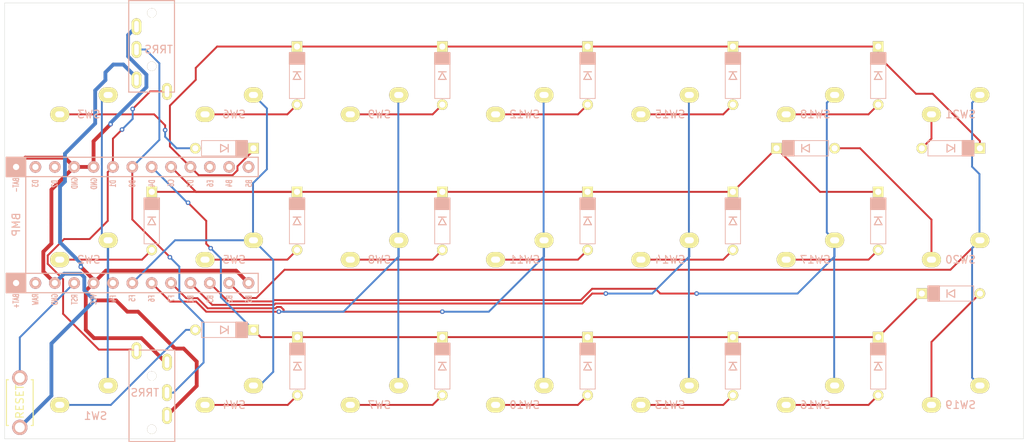
<source format=kicad_pcb>
(kicad_pcb (version 20240108) (generator "pcbnew") (generator_version "8.0")
  (layers (0 "F.Cu" signal) (31 "B.Cu" signal) (34 "B.Paste" user) (35 "F.Paste" user) (36 "B.SilkS" user "B.Silkscreen") (37 "F.SilkS" user "F.Silkscreen") (38 "B.Mask" user) (39 "F.Mask" user) (44 "Edge.Cuts" user))
  (net 0 "")
  (net 1 "Net-(D1-A)")
  (net 2 "Row0")
  (net 3 "Row1")
  (net 4 "Net-(D2-A)")
  (net 5 "Row2")
  (net 6 "Net-(D3-A)")
  (net 8 "Net-(D4-A)")
  (net 9 "Net-(D5-A)")
  (net 10 "Net-(D6-A)")
  (net 11 "Net-(D7-A)")
  (net 12 "Net-(D8-A)")
  (net 13 "Net-(D9-A)")
  (net 14 "Net-(D10-A)")
  (net 15 "Net-(D11-A)")
  (net 16 "Net-(D12-A)")
  (net 17 "Net-(D13-A)")
  (net 18 "Net-(D14-A)")
  (net 19 "Net-(D15-A)")
  (net 20 "Net-(D16-A)")
  (net 21 "Net-(D17-A)")
  (net 23 "Net-(D18-A)")
  (net 24 "Net-(D19-A)")
  (net 25 "Net-(D20-A)")
  (net 26 "Net-(D21-A)")
  (net 29 "Col0")
  (net 30 "Col1")
  (net 31 "Col2")
  (net 32 "Col3")
  (net 33 "Col4")
  (net 34 "Col5")
  (net 35 "Col6")
  (net 38 "VCC1")
  (net 39 "Data_SCL1")
  (net 40 "GND1")
  (net 41 "SDA1")
  (net 42 "Reset1")
  (footprint "kbd_Parts:Diode_TH" (layer "F.Cu") (at 137.375 48.5 -90)
    (property "Reference" "D17" (hide yes))
    (property "Value" "D" (hide yes))
  )
  (footprint "kbd_Parts:Diode_TH" (layer "F.Cu") (at 137.375 29.45 -90)
    (property "Reference" "D18" (hide yes))
    (property "Value" "D" (hide yes))
  )
  (footprint "kbd_Parts:TRRS_MJ-4PP-9" (layer "F.Cu") (at 42.125 71.325 180)
    (property "Reference" "J1")
    (property "Value" "TRRS_MJ-4PP-9" (hide yes))
  )
  (footprint "kbd_Parts:Diode_TH" (layer "F.Cu") (at 42.125 48.5 -90)
    (property "Reference" "D2" (hide yes))
    (property "Value" "D" (hide yes))
  )
  (footprint "kbd_SW:CherryMX_Solder_1u" (layer "F.Cu") (at 108.8 29.45 180)
    (property "Reference" "SW15")
    (property "Value" "SW_Push" (hide yes))
  )
  (footprint "kbd_SW:CherryMX_Solder_1u" (layer "F.Cu") (at 146.9 67.55 180)
    (property "Reference" "SW19")
    (property "Value" "SW_Push" (hide yes))
  )
  (footprint "kbd_Parts:Diode_TH" (layer "F.Cu") (at 127.85 38.975)
    (property "Reference" "D20" (hide yes))
    (property "Value" "D" (hide yes))
  )
  (footprint "kbd_Parts:Diode_TH" (layer "F.Cu") (at 137.375 67.55 -90)
    (property "Reference" "D16" (hide yes))
    (property "Value" "D" (hide yes))
  )
  (footprint "kbd_SW:CherryMX_Solder_1u" (layer "F.Cu") (at 32.6 48.5 180)
    (property "Reference" "SW2")
    (property "Value" "SW_Push" (hide yes))
  )
  (footprint "kbd_SW:CherryMX_Solder_1u" (layer "F.Cu") (at 32.6 67.55 180)
    (property "Reference" "SW1")
    (property "Value" "SW_Push" (hide yes))
  )
  (footprint "kbd_Parts:Diode_TH" (layer "F.Cu") (at 99.275 29.45 -90)
    (property "Reference" "D12" (hide yes))
    (property "Value" "D" (hide yes))
  )
  (footprint "kbd_Parts:TRRS_MJ-4PP-9" (layer "F.Cu") (at 42.125 25.725)
    (property "Reference" "J2")
    (property "Value" "TRRS_MJ-4PP-9" (hide yes))
  )
  (footprint "kbd_Parts:Diode_TH" (layer "F.Cu") (at 99.275 67.55 -90)
    (property "Reference" "D10" (hide yes))
    (property "Value" "D" (hide yes))
  )
  (footprint "kbd_Parts:Diode_TH" (layer "F.Cu") (at 118.325 48.5 -90)
    (property "Reference" "D14" (hide yes))
    (property "Value" "D" (hide yes))
  )
  (footprint "kbd_SW:CherryMX_Solder_1u" (layer "F.Cu") (at 146.9 29.45 180)
    (property "Reference" "SW21")
    (property "Value" "SW_Push" (hide yes))
  )
  (footprint "kbd_SW:CherryMX_Solder_1u" (layer "F.Cu") (at 51.65 29.45 180)
    (property "Reference" "SW6")
    (property "Value" "SW_Push" (hide yes))
  )
  (footprint "kbd_SW:CherryMX_Solder_1u" (layer "F.Cu") (at 51.65 48.5 180)
    (property "Reference" "SW5")
    (property "Value" "SW_Push" (hide yes))
  )
  (footprint "kbd_SW:CherryMX_Solder_1u" (layer "F.Cu") (at 127.85 29.45 180)
    (property "Reference" "SW18")
    (property "Value" "SW_Push" (hide yes))
  )
  (footprint "kbd_SW:CherryMX_Solder_1u" (layer "F.Cu") (at 146.9 48.5 180)
    (property "Reference" "SW20")
    (property "Value" "SW_Push" (hide yes))
  )
  (footprint "kbd_Parts:Diode_TH" (layer "F.Cu") (at 80.225 48.5 -90)
    (property "Reference" "D8" (hide yes))
    (property "Value" "D" (hide yes))
  )
  (footprint "kbd_Parts:Diode_TH" (layer "F.Cu") (at 61.225 67.55 -90)
    (property "Reference" "D4" (hide yes))
    (property "Value" "D" (hide yes))
  )
  (footprint "kbd_SW:CherryMX_Solder_1u" (layer "F.Cu") (at 127.85 67.55 180)
    (property "Reference" "SW16")
    (property "Value" "SW_Push" (hide yes))
  )
  (footprint "kbd_SW:CherryMX_Solder_1u" (layer "F.Cu") (at 108.8 67.55 180)
    (property "Reference" "SW13")
    (property "Value" "SW_Push" (hide yes))
  )
  (footprint "kbd_SW:CherryMX_Solder_1u" (layer "F.Cu") (at 89.75 29.45 180)
    (property "Reference" "SW12")
    (property "Value" "SW_Push" (hide yes))
  )
  (footprint "kbd_SW:CherryMX_Solder_1u" (layer "F.Cu") (at 89.75 48.5 180)
    (property "Reference" "SW11")
    (property "Value" "SW_Push" (hide yes))
  )
  (footprint "kbd_Parts:Diode_TH" (layer "F.Cu") (at 118.325 67.55 -90)
    (property "Reference" "D13" (hide yes))
    (property "Value" "D" (hide yes))
  )
  (footprint "kbd_Parts:Diode_TH" (layer "F.Cu") (at 80.225 29.45 -90)
    (property "Reference" "D9" (hide yes))
    (property "Value" "D" (hide yes))
  )
  (footprint "kbd_Parts:Diode_TH" (layer "F.Cu") (at 61.175 48.5 -90)
    (property "Reference" "D5" (hide yes))
    (property "Value" "D" (hide yes))
  )
  (footprint "kbd_SW:CherryMX_Solder_1u" (layer "F.Cu") (at 108.8 48.5 180)
    (property "Reference" "SW14")
    (property "Value" "SW_Push" (hide yes))
  )
  (footprint "kbd_Parts:Diode_TH" (layer "F.Cu") (at 51.65 38.975 180)
    (property "Reference" "D3" (hide yes))
    (property "Value" "D" (hide yes))
  )
  (footprint "kbd_SW:CherryMX_Solder_1u" (layer "F.Cu") (at 70.7 48.5 180)
    (property "Reference" "SW8")
    (property "Value" "SW_Push" (hide yes))
  )
  (footprint "kbd_Parts:Diode_TH" (layer "F.Cu") (at 146.9 38.975 180)
    (property "Reference" "D21" (hide yes))
    (property "Value" "D" (hide yes))
  )
  (footprint "kbd_SW:CherryMX_Solder_1u" (layer "F.Cu") (at 89.75 67.55 180)
    (property "Reference" "SW10")
    (property "Value" "SW_Push" (hide yes))
  )
  (footprint "kbd_SW:CherryMX_Solder_1u" (layer "F.Cu") (at 70.7 67.55 180)
    (property "Reference" "SW7")
    (property "Value" "SW_Push" (hide yes))
  )
  (footprint "kbd_Parts:Diode_TH" (layer "F.Cu") (at 80.225 67.55 -90)
    (property "Reference" "D7" (hide yes))
    (property "Value" "D" (hide yes))
  )
  (footprint "kbd_SW:CherryMX_Solder_1u" (layer "F.Cu") (at 32.6 29.45 180)
    (property "Reference" "SW3")
    (property "Value" "SW_Push" (hide yes))
  )
  (footprint "kbd_Parts:Diode_TH" (layer "F.Cu") (at 61.175 29.45 -90)
    (property "Reference" "D6" (hide yes))
    (property "Value" "D" (hide yes))
  )
  (footprint "kbd_Parts:Diode_TH" (layer "F.Cu") (at 118.325 29.45 -90)
    (property "Reference" "D15" (hide yes))
    (property "Value" "D" (hide yes))
  )
  (footprint "kbd_Parts:Diode_TH" (layer "F.Cu") (at 51.65 62.7875 180)
    (property "Reference" "D1" (hide yes))
    (property "Value" "D" (hide yes))
  )
  (footprint "kbd_Parts:Diode_TH" (layer "F.Cu") (at 99.275 48.5 -90)
    (property "Reference" "D11" (hide yes))
    (property "Value" "D" (hide yes))
  )
  (footprint "kbd_Parts:Diode_TH" (layer "F.Cu") (at 146.9 58.025)
    (property "Reference" "D19" (hide yes))
    (property "Value" "D" (hide yes))
  )
  (footprint "kbd_SW:CherryMX_Solder_1u" (layer "F.Cu") (at 127.85 48.5 180)
    (property "Reference" "SW17")
    (property "Value" "SW_Push" (hide yes))
  )
  (footprint "kbd_SW:CherryMX_Solder_1u" (layer "F.Cu") (at 51.65 67.55 180)
    (property "Reference" "SW4")
    (property "Value" "SW_Push" (hide yes))
  )
  (footprint "kbd_SW:CherryMX_Solder_1u" (layer "F.Cu") (at 70.7 29.45 180)
    (property "Reference" "SW9")
    (property "Value" "SW_Push" (hide yes))
  )
  (footprint "kbd_Parts:Micon_BMP_7sKB" (layer "B.Cu") (at 41.353 48.9886 -90)
    (property "Reference" "U1" (hide yes))
    (property "Value" "Micon_BLEMicroPro" (hide yes))
  )
  (footprint "kbd_Parts:ResetSW" (layer "B.Cu") (at 24.825 72.325 90)
    (property "Reference" "Rest_SW1" (hide yes))
    (property "Value" "SW_Push")
  )
  (gr_rect (start 22.825 19.925) (end 156.425 77.075) (stroke (width 0.05)) (fill none) (layer "Edge.Cuts"))
  (gr_text "D0" (at 39.575 43.6204 90) (layer "B.SilkS") (effects (font (size 0.75 0.5) (thickness 0.125)) (justify mirror)))
  (segment (start 30.878757 72.63) (end 30.06 72.63) (width 0.25) (layer "F.Cu") (net 1))
  (segment (start 46.604352 62.7875) (end 36.761852 72.63) (width 0.25) (layer "B.Cu") (net 1))
  (segment (start 47.84 62.7875) (end 46.604352 62.7875) (width 0.25) (layer "B.Cu") (net 1))
  (segment (start 36.761852 72.63) (end 30.06 72.63) (width 0.25) (layer "B.Cu") (net 1))
  (segment (start 49.26875 48.5) (end 46.8875 46.11875) (width 0.25) (layer "F.Cu") (net 2))
  (segment (start 49.26875 51.49775) (end 49.26875 48.5) (width 0.25) (layer "F.Cu") (net 2))
  (segment (start 99.275 63.74) (end 118.325 63.74) (width 0.25) (layer "F.Cu") (net 2))
  (segment (start 61.225 63.74) (end 56.4125 63.74) (width 0.25) (layer "F.Cu") (net 2))
  (segment (start 49.851 52.08) (end 49.26875 51.49775) (width 0.25) (layer "F.Cu") (net 2))
  (segment (start 56.4125 63.74) (end 55.46 62.7875) (width 0.25) (layer "F.Cu") (net 2))
  (segment (start 61.225 63.74) (end 80.225 63.74) (width 0.25) (layer "F.Cu") (net 2))
  (segment (start 143.09 58.025) (end 137.375 63.74) (width 0.25) (layer "F.Cu") (net 2))
  (segment (start 137.375 63.74) (end 118.325 63.74) (width 0.25) (layer "F.Cu") (net 2))
  (segment (start 80.225 63.74) (end 99.275 63.74) (width 0.25) (layer "F.Cu") (net 2))
  (via (at 46.8875 46.11875) (size 0.6) (drill 0.3) (layers "F.Cu" "B.Cu") (net 2))
  (via (at 49.851 52.08) (size 0.6) (drill 0.3) (layers "F.Cu" "B.Cu") (net 2))
  (segment (start 51.188 53.417) (end 51.188 58.5155) (width 0.25) (layer "B.Cu") (net 2))
  (segment (start 46.8875 46.11875) (end 46.80875 46.11875) (width 0.25) (layer "B.Cu") (net 2))
  (segment (start 46.80875 46.11875) (end 42.115 41.425) (width 0.25) (layer "B.Cu") (net 2))
  (segment (start 51.188 58.5155) (end 55.46 62.7875) (width 0.25) (layer "B.Cu") (net 2))
  (segment (start 49.851 52.08) (end 51.188 53.417) (width 0.25) (layer "B.Cu") (net 2))
  (segment (start 47.92 44.69) (end 61.175 44.69) (width 0.25) (layer "F.Cu") (net 3))
  (segment (start 61.175 44.69) (end 42.125 44.69) (width 0.25) (layer "F.Cu") (net 3))
  (segment (start 137.375 44.69) (end 129.755 44.69) (width 0.25) (layer "F.Cu") (net 3))
  (segment (start 129.755 44.69) (end 124.04 38.975) (width 0.25) (layer "F.Cu") (net 3))
  (segment (start 99.275 44.69) (end 118.325 44.69) (width 0.25) (layer "F.Cu") (net 3))
  (segment (start 99.275 44.69) (end 80.225 44.69) (width 0.25) (layer "F.Cu") (net 3))
  (segment (start 124.04 38.975) (end 118.325 44.69) (width 0.25) (layer "F.Cu") (net 3))
  (segment (start 44.655 41.425) (end 47.92 44.69) (width 0.25) (layer "F.Cu") (net 3))
  (segment (start 80.225 44.69) (end 61.175 44.69) (width 0.25) (layer "F.Cu") (net 3))
  (segment (start 40.855 53.58) (end 30.06 53.58) (width 0.25) (layer "F.Cu") (net 4))
  (segment (start 42.125 52.31) (end 40.855 53.58) (width 0.25) (layer "F.Cu") (net 4))
  (segment (start 118.325 25.64) (end 99.275 25.64) (width 0.25) (layer "F.Cu") (net 5))
  (segment (start 44.50625 38.73625) (end 47.195 41.425) (width 0.25) (layer "F.Cu") (net 5))
  (segment (start 52.725251 42.512) (end 48.282 42.512) (width 0.25) (layer "F.Cu") (net 5))
  (segment (start 53.362 41.340749) (end 53.362 41.875251) (width 0.25) (layer "F.Cu") (net 5))
  (segment (start 53.362 41.875251) (end 52.725251 42.512) (width 0.25) (layer "F.Cu") (net 5))
  (segment (start 47.895 28.4425) (end 47.895 29.998833) (width 0.25) (layer "F.Cu") (net 5))
  (segment (start 150.71 38.0225) (end 150.71 38.975) (width 0.25) (layer "F.Cu") (net 5))
  (segment (start 55.46 39.242749) (end 53.362 41.340749) (width 0.25) (layer "F.Cu") (net 5))
  (segment (start 61.175 25.64) (end 50.6975 25.64) (width 0.25) (layer "F.Cu") (net 5))
  (segment (start 118.325 25.64) (end 137.375 25.64) (width 0.25) (layer "F.Cu") (net 5))
  (segment (start 80.225 25.64) (end 61.175 25.64) (width 0.25) (layer "F.Cu") (net 5))
  (segment (start 144.51875 31.83125) (end 150.71 38.0225) (width 0.25) (layer "F.Cu") (net 5))
  (segment (start 137.375 25.64) (end 137.375 26.878833) (width 0.25) (layer "F.Cu") (net 5))
  (segment (start 137.375 26.878833) (end 142.327417 31.83125) (width 0.25) (layer "F.Cu") (net 5))
  (segment (start 50.6975 25.64) (end 47.895 28.4425) (width 0.25) (layer "F.Cu") (net 5))
  (segment (start 47.895 29.998833) (end 44.50625 33.387583) (width 0.25) (layer "F.Cu") (net 5))
  (segment (start 55.46 38.975) (end 55.46 39.242749) (width 0.25) (layer "F.Cu") (net 5))
  (segment (start 48.282 42.512) (end 47.195 41.425) (width 0.25) (layer "F.Cu") (net 5))
  (segment (start 44.50625 33.387583) (end 44.50625 38.73625) (width 0.25) (layer "F.Cu") (net 5))
  (segment (start 80.225 25.64) (end 99.275 25.64) (width 0.25) (layer "F.Cu") (net 5))
  (segment (start 142.327417 31.83125) (end 144.51875 31.83125) (width 0.25) (layer "F.Cu") (net 5))
  (segment (start 43.88125 36.59375) (end 43.88125 35.96875) (width 0.25) (layer "F.Cu") (net 6))
  (segment (start 42.4425 34.53) (end 30.06 34.53) (width 0.25) (layer "F.Cu") (net 6))
  (segment (start 43.88125 35.96875) (end 42.4425 34.53) (width 0.25) (layer "F.Cu") (net 6))
  (via (at 43.88125 36.59375) (size 0.6) (drill 0.3) (layers "F.Cu" "B.Cu") (net 6))
  (segment (start 45.384375 38.975) (end 47.84 38.975) (width 0.25) (layer "B.Cu") (net 6))
  (segment (start 43.88125 37.471875) (end 45.384375 38.975) (width 0.25) (layer "B.Cu") (net 6))
  (segment (start 43.88125 36.59375) (end 43.88125 37.471875) (width 0.25) (layer "B.Cu") (net 6))
  (segment (start 49.11 72.63) (end 59.955 72.63) (width 0.25) (layer "F.Cu") (net 8))
  (segment (start 59.955 72.63) (end 61.225 71.36) (width 0.25) (layer "F.Cu") (net 8))
  (segment (start 59.905 53.58) (end 49.11 53.58) (width 0.25) (layer "F.Cu") (net 9))
  (segment (start 61.175 52.31) (end 59.905 53.58) (width 0.25) (layer "F.Cu") (net 9))
  (segment (start 61.175 33.26) (end 59.905 34.53) (width 0.25) (layer "F.Cu") (net 10))
  (segment (start 59.905 34.53) (end 49.11 34.53) (width 0.25) (layer "F.Cu") (net 10))
  (segment (start 80.225 71.36) (end 78.955 72.63) (width 0.25) (layer "F.Cu") (net 11))
  (segment (start 78.955 72.63) (end 68.16 72.63) (width 0.25) (layer "F.Cu") (net 11))
  (segment (start 78.955 53.58) (end 68.16 53.58) (width 0.25) (layer "F.Cu") (net 12))
  (segment (start 80.225 52.31) (end 78.955 53.58) (width 0.25) (layer "F.Cu") (net 12))
  (segment (start 80.225 33.26) (end 78.955 34.53) (width 0.25) (layer "F.Cu") (net 13))
  (segment (start 78.955 34.53) (end 68.16 34.53) (width 0.25) (layer "F.Cu") (net 13))
  (segment (start 98.005 72.63) (end 87.21 72.63) (width 0.25) (layer "F.Cu") (net 14))
  (segment (start 99.275 71.36) (end 98.005 72.63) (width 0.25) (layer "F.Cu") (net 14))
  (segment (start 98.005 53.58) (end 87.21 53.58) (width 0.25) (layer "F.Cu") (net 15))
  (segment (start 99.275 52.31) (end 98.005 53.58) (width 0.25) (layer "F.Cu") (net 15))
  (segment (start 98.005 34.53) (end 87.21 34.53) (width 0.25) (layer "F.Cu") (net 16))
  (segment (start 99.275 33.26) (end 98.005 34.53) (width 0.25) (layer "F.Cu") (net 16))
  (segment (start 117.055 72.63) (end 106.26 72.63) (width 0.25) (layer "F.Cu") (net 17))
  (segment (start 118.325 71.36) (end 117.055 72.63) (width 0.25) (layer "F.Cu") (net 17))
  (segment (start 117.055 53.58) (end 106.26 53.58) (width 0.25) (layer "F.Cu") (net 18))
  (segment (start 118.325 52.31) (end 117.055 53.58) (width 0.25) (layer "F.Cu") (net 18))
  (segment (start 117.055 34.53) (end 106.26 34.53) (width 0.25) (layer "F.Cu") (net 19))
  (segment (start 118.325 33.26) (end 117.055 34.53) (width 0.25) (layer "F.Cu") (net 19))
  (segment (start 136.105 72.63) (end 125.31 72.63) (width 0.25) (layer "F.Cu") (net 20))
  (segment (start 137.375 71.36) (end 136.105 72.63) (width 0.25) (layer "F.Cu") (net 20))
  (segment (start 136.105 53.58) (end 125.31 53.58) (width 0.25) (layer "F.Cu") (net 21))
  (segment (start 137.375 52.31) (end 136.105 53.58) (width 0.25) (layer "F.Cu") (net 21))
  (segment (start 137.375 33.26) (end 136.105 34.53) (width 0.25) (layer "F.Cu") (net 23))
  (segment (start 136.105 34.53) (end 125.31 34.53) (width 0.25) (layer "F.Cu") (net 23))
  (segment (start 150.71 58.025) (end 144.36 64.375) (width 0.25) (layer "F.Cu") (net 24))
  (segment (start 144.36 64.375) (end 144.36 72.63) (width 0.25) (layer "F.Cu") (net 24))
  (segment (start 144.36 48.34125) (end 134.99375 38.975) (width 0.25) (layer "F.Cu") (net 25))
  (segment (start 144.36 53.58) (end 144.36 48.34125) (width 0.25) (layer "F.Cu") (net 25))
  (segment (start 134.99375 38.975) (end 131.66 38.975) (width 0.25) (layer "F.Cu") (net 25))
  (segment (start 144.36 37.705) (end 144.36 34.53) (width 0.25) (layer "F.Cu") (net 26))
  (segment (start 143.09 38.975) (end 144.36 37.705) (width 0.25) (layer "F.Cu") (net 26))
  (segment (start 36.41 51.04) (end 36.41 56.02) (width 0.25) (layer "B.Cu") (net 29))
  (segment (start 36.41 70.09) (end 36.355 70.035) (width 0.25) (layer "B.Cu") (net 29))
  (segment (start 36.41 31.99) (end 35.582 32.818) (width 0.25) (layer "B.Cu") (net 29))
  (segment (start 37.035 56.645) (end 36.41 56.02) (width 0.25) (layer "B.Cu") (net 29))
  (segment (start 36.355 70.035) (end 36.355 51.095) (width 0.25) (layer "B.Cu") (net 29))
  (segment (start 36.355 51.095) (end 36.41 51.04) (width 0.25) (layer "B.Cu") (net 29))
  (segment (start 35.582 32.818) (end 35.582 50.212) (width 0.25) (layer "B.Cu") (net 29))
  (segment (start 35.582 50.212) (end 36.41 51.04) (width 0.25) (layer "B.Cu") (net 29))
  (segment (start 55.405 50.985) (end 55.405 43.545) (width 0.25) (layer "B.Cu") (net 30))
  (segment (start 58.055 68.28875) (end 56.25375 70.09) (width 0.25) (layer "B.Cu") (net 30))
  (segment (start 57.225 33.755) (end 55.46 31.99) (width 0.25) (layer "B.Cu") (net 30))
  (segment (start 45.18 51.04) (end 39.575 56.645) (width 0.25) (layer "B.Cu") (net 30))
  (segment (start 55.46 51.04) (end 45.18 51.04) (width 0.25) (layer "B.Cu") (net 30))
  (segment (start 55.405 43.545) (end 57.225 41.725) (width 0.25) (layer "B.Cu") (net 30))
  (segment (start 58.055 53.635) (end 58.055 68.28875) (width 0.25) (layer "B.Cu") (net 30))
  (segment (start 56.25375 70.09) (end 55.46 70.09) (width 0.25) (layer "B.Cu") (net 30))
  (segment (start 57.225 41.725) (end 57.225 33.755) (width 0.25) (layer "B.Cu") (net 30))
  (segment (start 55.46 51.04) (end 58.055 53.635) (width 0.25) (layer "B.Cu") (net 30))
  (segment (start 55.46 51.04) (end 55.405 50.985) (width 0.25) (layer "B.Cu") (net 30))
  (segment (start 49.26875 60.40625) (end 47.94375 59.08125) (width 0.25) (layer "F.Cu") (net 31))
  (segment (start 58.79375 60.40625) (end 49.26875 60.40625) (width 0.25) (layer "F.Cu") (net 31))
  (segment (start 47.94375 59.08125) (end 44.55125 59.08125) (width 0.25) (layer "F.Cu") (net 31))
  (segment (start 44.55125 59.08125) (end 42.115 56.645) (width 0.25) (layer "F.Cu") (net 31))
  (via (at 58.79375 60.40625) (size 0.6) (drill 0.3) (layers "F.Cu" "B.Cu") (net 31))
  (segment (start 74.455 70.035) (end 74.455 51.095) (width 0.25) (layer "B.Cu") (net 31))
  (segment (start 74.51 53.163833) (end 74.51 51.04) (width 0.25) (layer "B.Cu") (net 31))
  (segment (start 74.51 70.09) (end 74.455 70.035) (width 0.25) (layer "B.Cu") (net 31))
  (segment (start 74.455 32.045) (end 74.51 31.99) (width 0.25) (layer "B.Cu") (net 31))
  (segment (start 74.51 51.04) (end 74.455 50.985) (width 0.25) (layer "B.Cu") (net 31))
  (segment (start 67.267583 60.40625) (end 74.51 53.163833) (width 0.25) (layer "B.Cu") (net 31))
  (segment (start 74.455 50.985) (end 74.455 32.045) (width 0.25) (layer "B.Cu") (net 31))
  (segment (start 58.79375 60.40625) (end 67.267583 60.40625) (width 0.25) (layer "B.Cu") (net 31))
  (segment (start 74.455 51.095) (end 74.51 51.04) (width 0.25) (layer "B.Cu") (net 31))
  (segment (start 58.359866 59.95625) (end 49.455146 59.95625) (width 0.25) (layer "F.Cu") (net 32))
  (segment (start 59.41875 60.147366) (end 59.052634 59.78125) (width 0.25) (layer "F.Cu") (net 32))
  (segment (start 46.64125 58.63125) (end 44.655 56.645) (width 0.25) (layer "F.Cu") (net 32))
  (segment (start 48.130146 58.63125) (end 46.64125 58.63125) (width 0.25) (layer "F.Cu") (net 32))
  (segment (start 49.455146 59.95625) (end 48.130146 58.63125) (width 0.25) (layer "F.Cu") (net 32))
  (segment (start 58.534866 59.78125) (end 58.359866 59.95625) (width 0.25) (layer "F.Cu") (net 32))
  (segment (start 59.052634 59.78125) (end 58.534866 59.78125) (width 0.25) (layer "F.Cu") (net 32))
  (segment (start 59.41875 60.40625) (end 59.41875 60.147366) (width 0.25) (layer "F.Cu") (net 32))
  (segment (start 80.225 60.40625) (end 59.41875 60.40625) (width 0.25) (layer "F.Cu") (net 32))
  (via (at 80.225 60.40625) (size 0.6) (drill 0.3) (layers "F.Cu" "B.Cu") (net 32))
  (segment (start 86.317583 60.40625) (end 80.225 60.40625) (width 0.25) (layer "B.Cu") (net 32))
  (segment (start 93.56 51.04) (end 93.56 53.163833) (width 0.25) (layer "B.Cu") (net 32))
  (segment (start 93.56 31.99) (end 93.505 32.045) (width 0.25) (layer "B.Cu") (net 32))
  (segment (start 93.505 32.045) (end 93.505 50.985) (width 0.25) (layer "B.Cu") (net 32))
  (segment (start 93.505 50.985) (end 93.56 51.04) (width 0.25) (layer "B.Cu") (net 32))
  (segment (start 93.56 51.04) (end 93.505 51.095) (width 0.25) (layer "B.Cu") (net 32))
  (segment (start 93.505 70.035) (end 93.56 70.09) (width 0.25) (layer "B.Cu") (net 32))
  (segment (start 93.56 53.163833) (end 86.317583 60.40625) (width 0.25) (layer "B.Cu") (net 32))
  (segment (start 93.505 51.095) (end 93.505 70.035) (width 0.25) (layer "B.Cu") (net 32))
  (segment (start 50.05625 59.50625) (end 47.195 56.645) (width 0.25) (layer "F.Cu") (net 33))
  (segment (start 58.17347 59.50625) (end 50.05625 59.50625) (width 0.25) (layer "F.Cu") (net 33))
  (segment (start 98.572792 59.33125) (end 58.34847 59.33125) (width 0.25) (layer "F.Cu") (net 33))
  (segment (start 58.34847 59.33125) (end 58.17347 59.50625) (width 0.25) (layer "F.Cu") (net 33))
  (segment (start 99.879042 58.025) (end 98.572792 59.33125) (width 0.25) (layer "F.Cu") (net 33))
  (segment (start 101.65625 58.025) (end 99.879042 58.025) (width 0.25) (layer "F.Cu") (net 33))
  (via (at 101.65625 58.025) (size 0.6) (drill 0.3) (layers "F.Cu" "B.Cu") (net 33))
  (segment (start 112.555 32.045) (end 112.61 31.99) (width 0.25) (layer "B.Cu") (net 33))
  (segment (start 112.555 50.985) (end 112.555 32.045) (width 0.25) (layer "B.Cu") (net 33))
  (segment (start 112.61 51.04) (end 112.555 50.985) (width 0.25) (layer "B.Cu") (net 33))
  (segment (start 112.61 70.09) (end 112.555 70.035) (width 0.25) (layer "B.Cu") (net 33))
  (segment (start 112.61 53.163833) (end 107.748833 58.025) (width 0.25) (layer "B.Cu") (net 33))
  (segment (start 112.555 70.035) (end 112.555 51.095) (width 0.25) (layer "B.Cu") (net 33))
  (segment (start 107.748833 58.025) (end 101.65625 58.025) (width 0.25) (layer "B.Cu") (net 33))
  (segment (start 112.555 51.095) (end 112.61 51.04) (width 0.25) (layer "B.Cu") (net 33))
  (segment (start 112.61 51.04) (end 112.61 53.163833) (width 0.25) (layer "B.Cu") (net 33))
  (segment (start 57.987074 59.05625) (end 52.14625 59.05625) (width 0.25) (layer "F.Cu") (net 34))
  (segment (start 58.162074 58.88125) (end 57.987074 59.05625) (width 0.25) (layer "F.Cu") (net 34))
  (segment (start 108.8 58.025) (end 108.175 57.4) (width 0.25) (layer "F.Cu") (net 34))
  (segment (start 99.867646 57.4) (end 98.386396 58.88125) (width 0.25) (layer "F.Cu") (net 34))
  (segment (start 98.386396 58.88125) (end 58.162074 58.88125) (width 0.25) (layer "F.Cu") (net 34))
  (segment (start 113.5625 58.025) (end 108.8 58.025) (width 0.25) (layer "F.Cu") (net 34))
  (segment (start 52.14625 59.05625) (end 49.735 56.645) (width 0.25) (layer "F.Cu") (net 34))
  (segment (start 108.175 57.4) (end 99.867646 57.4) (width 0.25) (layer "F.Cu") (net 34))
  (via (at 113.5625 58.025) (size 0.6) (drill 0.3) (layers "F.Cu" "B.Cu") (net 34))
  (segment (start 131.66 51.04) (end 131.605 51.095) (width 0.25) (layer "B.Cu") (net 34))
  (segment (start 131.66 31.99) (end 130.6365 33.0135) (width 0.25) (layer "B.Cu") (net 34))
  (segment (start 131.605 70.035) (end 131.66 70.09) (width 0.25) (layer "B.Cu") (net 34))
  (segment (start 126.798833 58.025) (end 113.5625 58.025) (width 0.25) (layer "B.Cu") (net 34))
  (segment (start 130.6365 50.0165) (end 131.66 51.04) (width 0.25) (layer "B.Cu") (net 34))
  (segment (start 131.66 51.04) (end 131.66 53.163833) (width 0.25) (layer "B.Cu") (net 34))
  (segment (start 130.6365 33.0135) (end 130.6365 50.0165) (width 0.25) (layer "B.Cu") (net 34))
  (segment (start 131.605 51.095) (end 131.605 70.035) (width 0.25) (layer "B.Cu") (net 34))
  (segment (start 131.66 53.163833) (end 126.798833 58.025) (width 0.25) (layer "B.Cu") (net 34))
  (segment (start 150.71 51.04) (end 146.845 54.905) (width 0.25) (layer "F.Cu") (net 35))
  (segment (start 55.83125 58.60625) (end 54.23625 58.60625) (width 0.25) (layer "F.Cu") (net 35))
  (segment (start 59.5325 54.905) (end 55.83125 58.60625) (width 0.25) (layer "F.Cu") (net 35))
  (segment (start 146.845 54.905) (end 59.5325 54.905) (width 0.25) (layer "F.Cu") (net 35))
  (segment (start 54.23625 58.60625) (end 52.275 56.645) (width 0.25) (layer "F.Cu") (net 35))
  (segment (start 150.71 70.09) (end 149.6865 69.0665) (width 0.25) (layer "B.Cu") (net 35))
  (segment (start 149.6865 52.0635) (end 150.71 51.04) (width 0.25) (layer "B.Cu") (net 35))
  (segment (start 150.71 51.04) (end 150.655 50.985) (width 0.25) (layer "B.Cu") (net 35))
  (segment (start 150.655 50.985) (end 150.655 42.36375) (width 0.25) (layer "B.Cu") (net 35))
  (segment (start 149.6865 33.0135) (end 150.71 31.99) (width 0.25) (layer "B.Cu") (net 35))
  (segment (start 149.6865 69.0665) (end 149.6865 52.0635) (width 0.25) (layer "B.Cu") (net 35))
  (segment (start 149.6865 41.39525) (end 149.6865 33.0135) (width 0.25) (layer "B.Cu") (net 35))
  (segment (start 150.655 42.36375) (end 149.6865 41.39525) (width 0.25) (layer "B.Cu") (net 35))
  (segment (start 34.5625 63.875) (end 40.775 63.875) (width 0.5) (layer "F.Cu") (net 38))
  (segment (start 34.495 56.645) (end 33.475 57.665) (width 0.5) (layer "F.Cu") (net 38))
  (segment (start 33.475 62.7875) (end 34.5625 63.875) (width 0.5) (layer "F.Cu") (net 38))
  (segment (start 40.775 63.875) (end 43.775 66.875) (width 0.5) (layer "F.Cu") (net 38))
  (segment (start 33.475 57.665) (end 33.475 62.7875) (width 0.5) (layer "F.Cu") (net 38))
  (segment (start 34.495 56.195) (end 32.825 54.525) (width 0.5) (layer "F.Cu") (net 38))
  (segment (start 36.11 55.03) (end 34.495 56.645) (width 0.5) (layer "F.Cu") (net 38))
  (segment (start 34.495 56.645) (end 34.495 56.195) (width 0.5) (layer "F.Cu") (net 38))
  (segment (start 54.815 56.645) (end 53.2 55.03) (width 0.5) (layer "F.Cu") (net 38))
  (segment (start 53.2 55.03) (end 36.11 55.03) (width 0.5) (layer "F.Cu") (net 38))
  (via (at 32.825 54.525) (size 0.6) (drill 0.3) (layers "F.Cu" "B.Cu") (net 38))
  (segment (start 37.07939 28) (end 38.4 28) (width 0.5) (layer "B.Cu") (net 38))
  (segment (start 32.825 54.04439) (end 30.1 51.31939) (width 0.5) (layer "B.Cu") (net 38))
  (segment (start 30.1 51.31939) (end 30.1 43.989973) (width 0.5) (layer "B.Cu") (net 38))
  (segment (start 38.4 28) (end 40.125 29.725) (width 0.5) (layer "B.Cu") (net 38))
  (segment (start 36.04878 29.03061) (end 37.07939 28) (width 0.5) (layer "B.Cu") (net 38))
  (segment (start 32.825 54.525) (end 32.825 54.04439) (width 0.5) (layer "B.Cu") (net 38))
  (segment (start 36.04878 30.05061) (end 36.04878 29.03061) (width 0.5) (layer "B.Cu") (net 38))
  (segment (start 30.743 39.689) (end 34.71 35.722) (width 0.5) (layer "B.Cu") (net 38))
  (segment (start 34.71 35.722) (end 34.71 31.38939) (width 0.5) (layer "B.Cu") (net 38))
  (segment (start 30.1 43.989973) (end 30.743 43.346973) (width 0.5) (layer "B.Cu") (net 38))
  (segment (start 40.125 29.725) (end 40.125 30.025) (width 0.5) (layer "B.Cu") (net 38))
  (segment (start 30.743 43.346973) (end 30.743 39.689) (width 0.5) (layer "B.Cu") (net 38))
  (segment (start 34.71 31.38939) (end 36.04878 30.05061) (width 0.5) (layer "B.Cu") (net 38))
  (segment (start 44.50625 53.2625) (end 44.50625 53.243802) (width 0.25) (layer "F.Cu") (net 39))
  (segment (start 44.50625 53.243802) (end 39.575 48.312552) (width 0.25) (layer "F.Cu") (net 39))
  (segment (start 39.575 48.312552) (end 39.575 41.425) (width 0.25) (layer "F.Cu") (net 39))
  (via (at 44.50625 53.2625) (size 0.6) (drill 0.3) (layers "F.Cu" "B.Cu") (net 39))
  (segment (start 48.925 67.068833) (end 44.968833 71.025) (width 0.25) (layer "B.Cu") (net 39))
  (segment (start 48.925 61.825) (end 48.925 67.068833) (width 0.25) (layer "B.Cu") (net 39))
  (segment (start 43.125 37.875) (end 39.575 41.425) (width 0.25) (layer "B.Cu") (net 39))
  (segment (start 44.968833 71.025) (end 44.125 71.025) (width 0.25) (layer "B.Cu") (net 39))
  (segment (start 43.125 27.846142) (end 43.125 37.875) (width 0.25) (layer "B.Cu") (net 39))
  (segment (start 44.50625 53.2625) (end 45.742 54.49825) (width 0.25) (layer "B.Cu") (net 39))
  (segment (start 45.742 54.49825) (end 45.742 58.642) (width 0.25) (layer "B.Cu") (net 39))
  (segment (start 40.125 26.025) (end 41.303858 26.025) (width 0.25) (layer "B.Cu") (net 39))
  (segment (start 41.303858 26.025) (end 43.125 27.846142) (width 0.25) (layer "B.Cu") (net 39))
  (segment (start 45.742 58.642) (end 48.925 61.825) (width 0.25) (layer "B.Cu") (net 39))
  (segment (start 40.339213 60.40625) (end 45.175 65.242037) (width 0.5) (layer "F.Cu") (net 40))
  (segment (start 34.625 58.925) (end 37.44375 58.925) (width 0.5) (layer "F.Cu") (net 40))
  (segment (start 34.495 41.425) (end 31.955 41.425) (width 0.5) (layer "F.Cu") (net 40))
  (segment (start 27.91 52.54) (end 27.91 55.14) (width 0.5) (layer "F.Cu") (net 40))
  (segment (start 30.743 40.213) (end 25.547 40.213) (width 0.5) (layer "F.Cu") (net 40))
  (segment (start 34.495 41.425) (end 34.495 38.055) (width 0.5) (layer "F.Cu") (net 40))
  (segment (start 31.955 41.425) (end 28.97 44.41) (width 0.5) (layer "F.Cu") (net 40))
  (segment (start 46.312647 65.242037) (end 48.02 66.94939) (width 0.5) (layer "F.Cu") (net 40))
  (segment (start 31.955 41.425) (end 30.743 40.213) (width 0.5) (layer "F.Cu") (net 40))
  (segment (start 25.547 40.213) (end 24.335 41.425) (width 0.5) (layer "F.Cu") (net 40))
  (segment (start 38.925 60.40625) (end 40.339213 60.40625) (width 0.5) (layer "F.Cu") (net 40))
  (segment (start 28.97 44.41) (end 28.97 51.48) (width 0.5) (layer "F.Cu") (net 40))
  (segment (start 48.02 70.13) (end 44.125 74.025) (width 0.5) (layer "F.Cu") (net 40))
  (segment (start 34.495 38.055) (end 36.725 35.825) (width 0.5) (layer "F.Cu") (net 40))
  (segment (start 37.44375 58.925) (end 38.925 60.40625) (width 0.5) (layer "F.Cu") (net 40))
  (segment (start 27.91 55.14) (end 29.415 56.645) (width 0.5) (layer "F.Cu") (net 40))
  (segment (start 45.175 65.242037) (end 46.312647 65.242037) (width 0.5) (layer "F.Cu") (net 40))
  (segment (start 48.02 66.94939) (end 48.02 70.13) (width 0.5) (layer "F.Cu") (net 40))
  (segment (start 28.97 51.48) (end 27.91 52.54) (width 0.5) (layer "F.Cu") (net 40))
  (via (at 36.725 35.825) (size 0.6) (drill 0.3) (layers "F.Cu" "B.Cu") (net 40))
  (via (at 34.625 58.925) (size 0.6) (drill 0.3) (layers "F.Cu" "B.Cu") (net 40))
  (segment (start 28.97 71.41939) (end 24.825 75.56439) (width 0.5) (layer "B.Cu") (net 40))
  (segment (start 24.825 75.56439) (end 24.825 75.575) (width 0.5) (layer "B.Cu") (net 40))
  (segment (start 41.425 30.964339) (end 41.425 29.330635) (width 0.5) (layer "B.Cu") (net 40))
  (segment (start 33.283 55.883) (end 33.283 57.583) (width 0.5) (layer "B.Cu") (net 40))
  (segment (start 41.425 29.330635) (end 39.025 26.930635) (width 0.5) (layer "B.Cu") (net 40))
  (segment (start 33.283 57.583) (end 34.625 58.925) (width 0.5) (layer "B.Cu") (net 40))
  (segment (start 39.025 24.125) (end 40.125 23.025) (width 0.5) (layer "B.Cu") (net 40))
  (segment (start 36.725 35.664339) (end 41.425 30.964339) (width 0.5) (layer "B.Cu") (net 40))
  (segment (start 34.625 58.925) (end 28.97 64.58) (width 0.5) (layer "B.Cu") (net 40))
  (segment (start 36.725 35.825) (end 36.725 35.664339) (width 0.5) (layer "B.Cu") (net 40))
  (segment (start 39.025 26.930635) (end 39.025 24.125) (width 0.5) (layer "B.Cu") (net 40))
  (segment (start 29.415 56.645) (end 30.627 55.433) (width 0.5) (layer "B.Cu") (net 40))
  (segment (start 28.97 64.58) (end 28.97 71.41939) (width 0.5) (layer "B.Cu") (net 40))
  (segment (start 30.627 55.433) (end 32.833 55.433) (width 0.5) (layer "B.Cu") (net 40))
  (segment (start 32.833 55.433) (end 33.283 55.883) (width 0.5) (layer "B.Cu") (net 40))
  (segment (start 33.97375 50.88125) (end 36.355 48.5) (width 0.25) (layer "F.Cu") (net 41))
  (segment (start 36.355 42.105) (end 37.035 41.425) (width 0.25) (layer "F.Cu") (net 41))
  (segment (start 35.1875 65.375) (end 30.502 60.6895) (width 0.25) (layer "F.Cu") (net 41))
  (segment (start 30.634917 50.88125) (end 33.97375 50.88125) (width 0.25) (layer "F.Cu") (net 41))
  (segment (start 41.925 31.525) (end 39.625 33.825) (width 0.25) (layer "F.Cu") (net 41))
  (segment (start 36.355 48.5) (end 36.355 42.105) (width 0.25) (layer "F.Cu") (net 41))
  (segment (start 39.775 65.375) (end 35.1875 65.375) (width 0.25) (layer "F.Cu") (net 41))
  (segment (start 28.485 53.031167) (end 30.634917 50.88125) (width 0.25) (layer "F.Cu") (net 41))
  (segment (start 37.035 37.715) (end 37.035 41.425) (width 0.25) (layer "F.Cu") (net 41))
  (segment (start 30.502 56.145833) (end 28.485 54.128833) (width 0.25) (layer "F.Cu") (net 41))
  (segment (start 44.125 31.525) (end 41.925 31.525) (width 0.25) (layer "F.Cu") (net 41))
  (segment (start 28.485 54.128833) (end 28.485 53.031167) (width 0.25) (layer "F.Cu") (net 41))
  (segment (start 38.225 36.525) (end 37.035 37.715) (width 0.25) (layer "F.Cu") (net 41))
  (segment (start 30.502 60.6895) (end 30.502 56.145833) (width 0.25) (layer "F.Cu") (net 41))
  (via (at 39.625 33.825) (size 0.6) (drill 0.3) (layers "F.Cu" "B.Cu") (net 41))
  (via (at 38.225 36.525) (size 0.6) (drill 0.3) (layers "F.Cu" "B.Cu") (net 41))
  (segment (start 39.625 33.825) (end 39.625 35.125) (width 0.25) (layer "B.Cu") (net 41))
  (segment (start 39.625 35.125) (end 38.225 36.525) (width 0.25) (layer "B.Cu") (net 41))
  (segment (start 31.955 56.645) (end 24.825 63.775) (width 0.25) (layer "B.Cu") (net 42))
  (segment (start 24.825 63.775) (end 24.825 69.075) (width 0.25) (layer "B.Cu") (net 42))
)
</source>
